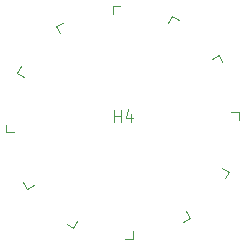
<source format=gbr>
%TF.GenerationSoftware,KiCad,Pcbnew,7.0.5.1-1-g8f565ef7f0-dirty-deb11*%
%TF.CreationDate,2023-06-03T08:19:13+00:00*%
%TF.ProjectId,pedalboard-led-ring,70656461-6c62-46f6-9172-642d6c65642d,1.0.0*%
%TF.SameCoordinates,Original*%
%TF.FileFunction,Legend,Top*%
%TF.FilePolarity,Positive*%
%FSLAX46Y46*%
G04 Gerber Fmt 4.6, Leading zero omitted, Abs format (unit mm)*
G04 Created by KiCad (PCBNEW 7.0.5.1-1-g8f565ef7f0-dirty-deb11) date 2023-06-03 08:19:13*
%MOMM*%
%LPD*%
G01*
G04 APERTURE LIST*
%ADD10C,0.100000*%
G04 APERTURE END LIST*
D10*
%TO.C,H4*%
X79238095Y-59957419D02*
X79238095Y-58957419D01*
X79238095Y-59433609D02*
X79809523Y-59433609D01*
X79809523Y-59957419D02*
X79809523Y-58957419D01*
X80714285Y-59290752D02*
X80714285Y-59957419D01*
X80476190Y-58909800D02*
X80238095Y-59624085D01*
X80238095Y-59624085D02*
X80857142Y-59624085D01*
%TO.C,D11*%
X85661122Y-68105351D02*
X85336122Y-67542434D01*
X85098205Y-68430351D02*
X85661122Y-68105351D01*
%TO.C,D1*%
X89850000Y-59150000D02*
X89200000Y-59150000D01*
X89850000Y-59800000D02*
X89850000Y-59150000D01*
%TO.C,D4*%
X79150000Y-50150000D02*
X79150000Y-50800000D01*
X79800000Y-50150000D02*
X79150000Y-50150000D01*
%TO.C,D12*%
X88955351Y-64188878D02*
X88392434Y-63863878D01*
X88630351Y-64751795D02*
X88955351Y-64188878D01*
%TO.C,D8*%
X71894649Y-65661122D02*
X72457566Y-65336122D01*
X71569649Y-65098205D02*
X71894649Y-65661122D01*
%TO.C,D10*%
X80850000Y-69850000D02*
X80850000Y-69200000D01*
X80200000Y-69850000D02*
X80850000Y-69850000D01*
%TO.C,D7*%
X70150000Y-60850000D02*
X70800000Y-60850000D01*
X70150000Y-60200000D02*
X70150000Y-60850000D01*
%TO.C,D6*%
X71044649Y-55811122D02*
X71607566Y-56136122D01*
X71369649Y-55248205D02*
X71044649Y-55811122D01*
%TO.C,D2*%
X88105351Y-54338878D02*
X87542434Y-54663878D01*
X88430351Y-54901795D02*
X88105351Y-54338878D01*
%TO.C,D5*%
X74338878Y-51894649D02*
X74663878Y-52457566D01*
X74901795Y-51569649D02*
X74338878Y-51894649D01*
%TO.C,D9*%
X75811122Y-68955351D02*
X76136122Y-68392434D01*
X75248205Y-68630351D02*
X75811122Y-68955351D01*
%TO.C,D3*%
X84188878Y-51044649D02*
X83863878Y-51607566D01*
X84751795Y-51369649D02*
X84188878Y-51044649D01*
%TD*%
M02*

</source>
